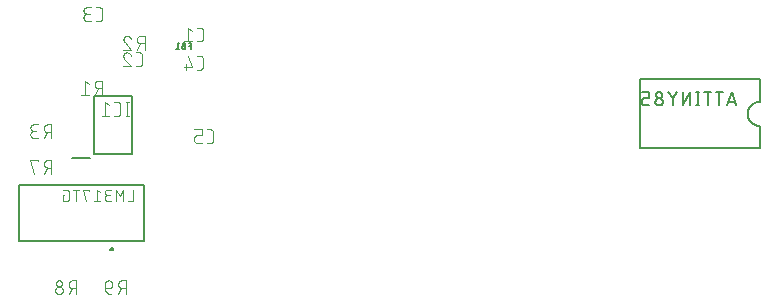
<source format=gbr>
G04 EAGLE Gerber RS-274X export*
G75*
%MOMM*%
%FSLAX34Y34*%
%LPD*%
%INSilkscreen Bottom*%
%IPPOS*%
%AMOC8*
5,1,8,0,0,1.08239X$1,22.5*%
G01*
%ADD10C,0.152400*%
%ADD11C,0.127000*%
%ADD12C,0.200000*%
%ADD13C,0.076200*%
%ADD14C,0.101600*%


D10*
X596100Y375110D02*
X697700Y375110D01*
X697700Y316690D02*
X596100Y316690D01*
X596100Y375110D01*
X697700Y375110D02*
X697700Y356060D01*
X697700Y335740D02*
X697700Y316690D01*
X697700Y335740D02*
X697453Y335743D01*
X697205Y335752D01*
X696958Y335767D01*
X696712Y335788D01*
X696466Y335815D01*
X696221Y335848D01*
X695976Y335887D01*
X695733Y335932D01*
X695491Y335983D01*
X695250Y336040D01*
X695011Y336102D01*
X694773Y336171D01*
X694537Y336245D01*
X694303Y336325D01*
X694071Y336410D01*
X693841Y336502D01*
X693613Y336598D01*
X693388Y336701D01*
X693165Y336808D01*
X692945Y336922D01*
X692728Y337040D01*
X692513Y337164D01*
X692302Y337293D01*
X692094Y337427D01*
X691889Y337566D01*
X691688Y337710D01*
X691490Y337858D01*
X691296Y338012D01*
X691106Y338170D01*
X690920Y338333D01*
X690738Y338500D01*
X690560Y338672D01*
X690386Y338848D01*
X690216Y339028D01*
X690051Y339213D01*
X689891Y339401D01*
X689735Y339593D01*
X689583Y339789D01*
X689437Y339988D01*
X689295Y340191D01*
X689159Y340398D01*
X689027Y340607D01*
X688901Y340820D01*
X688780Y341036D01*
X688664Y341254D01*
X688554Y341476D01*
X688449Y341700D01*
X688349Y341926D01*
X688255Y342155D01*
X688167Y342386D01*
X688084Y342620D01*
X688007Y342855D01*
X687936Y343092D01*
X687870Y343330D01*
X687811Y343570D01*
X687757Y343812D01*
X687709Y344055D01*
X687667Y344298D01*
X687631Y344543D01*
X687601Y344789D01*
X687577Y345035D01*
X687559Y345282D01*
X687547Y345529D01*
X687541Y345776D01*
X687541Y346024D01*
X687547Y346271D01*
X687559Y346518D01*
X687577Y346765D01*
X687601Y347011D01*
X687631Y347257D01*
X687667Y347502D01*
X687709Y347745D01*
X687757Y347988D01*
X687811Y348230D01*
X687870Y348470D01*
X687936Y348708D01*
X688007Y348945D01*
X688084Y349180D01*
X688167Y349414D01*
X688255Y349645D01*
X688349Y349874D01*
X688449Y350100D01*
X688554Y350324D01*
X688664Y350546D01*
X688780Y350764D01*
X688901Y350980D01*
X689027Y351193D01*
X689159Y351402D01*
X689295Y351609D01*
X689437Y351812D01*
X689583Y352011D01*
X689735Y352207D01*
X689891Y352399D01*
X690051Y352587D01*
X690216Y352772D01*
X690386Y352952D01*
X690560Y353128D01*
X690738Y353300D01*
X690920Y353467D01*
X691106Y353630D01*
X691296Y353788D01*
X691490Y353942D01*
X691688Y354090D01*
X691889Y354234D01*
X692094Y354373D01*
X692302Y354507D01*
X692513Y354636D01*
X692728Y354760D01*
X692945Y354878D01*
X693165Y354992D01*
X693388Y355099D01*
X693613Y355202D01*
X693841Y355298D01*
X694071Y355390D01*
X694303Y355475D01*
X694537Y355555D01*
X694773Y355629D01*
X695011Y355698D01*
X695250Y355760D01*
X695491Y355817D01*
X695733Y355868D01*
X695976Y355913D01*
X696221Y355952D01*
X696466Y355985D01*
X696712Y356012D01*
X696958Y356033D01*
X697205Y356048D01*
X697453Y356057D01*
X697700Y356060D01*
D11*
X678015Y352885D02*
X674205Y364315D01*
X670395Y352885D01*
X671348Y355743D02*
X677063Y355743D01*
X663537Y352885D02*
X663537Y364315D01*
X666712Y364315D02*
X660362Y364315D01*
X653631Y364315D02*
X653631Y352885D01*
X656806Y364315D02*
X650456Y364315D01*
X645249Y364315D02*
X645249Y352885D01*
X646519Y352885D02*
X643979Y352885D01*
X643979Y364315D02*
X646519Y364315D01*
X638899Y364315D02*
X638899Y352885D01*
X632549Y352885D02*
X638899Y364315D01*
X632549Y364315D02*
X632549Y352885D01*
X623913Y358918D02*
X627723Y364315D01*
X623913Y358918D02*
X620103Y364315D01*
X623913Y358918D02*
X623913Y352885D01*
X615658Y356060D02*
X615656Y356171D01*
X615650Y356281D01*
X615641Y356392D01*
X615627Y356502D01*
X615610Y356611D01*
X615589Y356720D01*
X615564Y356828D01*
X615535Y356935D01*
X615503Y357041D01*
X615467Y357146D01*
X615427Y357249D01*
X615384Y357351D01*
X615337Y357452D01*
X615286Y357551D01*
X615233Y357648D01*
X615176Y357742D01*
X615115Y357835D01*
X615052Y357926D01*
X614985Y358015D01*
X614915Y358101D01*
X614842Y358184D01*
X614767Y358266D01*
X614689Y358344D01*
X614607Y358419D01*
X614524Y358492D01*
X614438Y358562D01*
X614349Y358629D01*
X614258Y358692D01*
X614165Y358753D01*
X614071Y358810D01*
X613974Y358863D01*
X613875Y358914D01*
X613774Y358961D01*
X613672Y359004D01*
X613569Y359044D01*
X613464Y359080D01*
X613358Y359112D01*
X613251Y359141D01*
X613143Y359166D01*
X613034Y359187D01*
X612925Y359204D01*
X612815Y359218D01*
X612704Y359227D01*
X612594Y359233D01*
X612483Y359235D01*
X612372Y359233D01*
X612262Y359227D01*
X612151Y359218D01*
X612041Y359204D01*
X611932Y359187D01*
X611823Y359166D01*
X611715Y359141D01*
X611608Y359112D01*
X611502Y359080D01*
X611397Y359044D01*
X611294Y359004D01*
X611192Y358961D01*
X611091Y358914D01*
X610992Y358863D01*
X610896Y358810D01*
X610801Y358753D01*
X610708Y358692D01*
X610617Y358629D01*
X610528Y358562D01*
X610442Y358492D01*
X610359Y358419D01*
X610277Y358344D01*
X610199Y358266D01*
X610124Y358184D01*
X610051Y358101D01*
X609981Y358015D01*
X609914Y357926D01*
X609851Y357835D01*
X609790Y357742D01*
X609733Y357648D01*
X609680Y357551D01*
X609629Y357452D01*
X609582Y357351D01*
X609539Y357249D01*
X609499Y357146D01*
X609463Y357041D01*
X609431Y356935D01*
X609402Y356828D01*
X609377Y356720D01*
X609356Y356611D01*
X609339Y356502D01*
X609325Y356392D01*
X609316Y356281D01*
X609310Y356171D01*
X609308Y356060D01*
X609310Y355949D01*
X609316Y355839D01*
X609325Y355728D01*
X609339Y355618D01*
X609356Y355509D01*
X609377Y355400D01*
X609402Y355292D01*
X609431Y355185D01*
X609463Y355079D01*
X609499Y354974D01*
X609539Y354871D01*
X609582Y354769D01*
X609629Y354668D01*
X609680Y354569D01*
X609733Y354473D01*
X609790Y354378D01*
X609851Y354285D01*
X609914Y354194D01*
X609981Y354105D01*
X610051Y354019D01*
X610124Y353936D01*
X610199Y353854D01*
X610277Y353776D01*
X610359Y353701D01*
X610442Y353628D01*
X610528Y353558D01*
X610617Y353491D01*
X610708Y353428D01*
X610801Y353367D01*
X610896Y353310D01*
X610992Y353257D01*
X611091Y353206D01*
X611192Y353159D01*
X611294Y353116D01*
X611397Y353076D01*
X611502Y353040D01*
X611608Y353008D01*
X611715Y352979D01*
X611823Y352954D01*
X611932Y352933D01*
X612041Y352916D01*
X612151Y352902D01*
X612262Y352893D01*
X612372Y352887D01*
X612483Y352885D01*
X612594Y352887D01*
X612704Y352893D01*
X612815Y352902D01*
X612925Y352916D01*
X613034Y352933D01*
X613143Y352954D01*
X613251Y352979D01*
X613358Y353008D01*
X613464Y353040D01*
X613569Y353076D01*
X613672Y353116D01*
X613774Y353159D01*
X613875Y353206D01*
X613974Y353257D01*
X614071Y353310D01*
X614165Y353367D01*
X614258Y353428D01*
X614349Y353491D01*
X614438Y353558D01*
X614524Y353628D01*
X614607Y353701D01*
X614689Y353776D01*
X614767Y353854D01*
X614842Y353936D01*
X614915Y354019D01*
X614985Y354105D01*
X615052Y354194D01*
X615115Y354285D01*
X615176Y354378D01*
X615233Y354472D01*
X615286Y354569D01*
X615337Y354668D01*
X615384Y354769D01*
X615427Y354871D01*
X615467Y354974D01*
X615503Y355079D01*
X615535Y355185D01*
X615564Y355292D01*
X615589Y355400D01*
X615610Y355509D01*
X615627Y355618D01*
X615641Y355728D01*
X615650Y355839D01*
X615656Y355949D01*
X615658Y356060D01*
X615023Y361775D02*
X615021Y361875D01*
X615015Y361974D01*
X615005Y362074D01*
X614992Y362172D01*
X614974Y362271D01*
X614953Y362368D01*
X614928Y362464D01*
X614899Y362560D01*
X614866Y362654D01*
X614830Y362747D01*
X614790Y362838D01*
X614746Y362928D01*
X614699Y363016D01*
X614649Y363102D01*
X614595Y363186D01*
X614538Y363268D01*
X614478Y363347D01*
X614414Y363425D01*
X614348Y363499D01*
X614279Y363571D01*
X614207Y363640D01*
X614133Y363706D01*
X614055Y363770D01*
X613976Y363830D01*
X613894Y363887D01*
X613810Y363941D01*
X613724Y363991D01*
X613636Y364038D01*
X613546Y364082D01*
X613455Y364122D01*
X613362Y364158D01*
X613268Y364191D01*
X613172Y364220D01*
X613076Y364245D01*
X612979Y364266D01*
X612880Y364284D01*
X612782Y364297D01*
X612682Y364307D01*
X612583Y364313D01*
X612483Y364315D01*
X612383Y364313D01*
X612284Y364307D01*
X612184Y364297D01*
X612086Y364284D01*
X611987Y364266D01*
X611890Y364245D01*
X611794Y364220D01*
X611698Y364191D01*
X611604Y364158D01*
X611511Y364122D01*
X611420Y364082D01*
X611330Y364038D01*
X611242Y363991D01*
X611156Y363941D01*
X611072Y363887D01*
X610990Y363830D01*
X610911Y363770D01*
X610833Y363706D01*
X610759Y363640D01*
X610687Y363571D01*
X610618Y363499D01*
X610552Y363425D01*
X610488Y363347D01*
X610428Y363268D01*
X610371Y363186D01*
X610317Y363102D01*
X610267Y363016D01*
X610220Y362928D01*
X610176Y362838D01*
X610136Y362747D01*
X610100Y362654D01*
X610067Y362560D01*
X610038Y362464D01*
X610013Y362368D01*
X609992Y362271D01*
X609974Y362172D01*
X609961Y362074D01*
X609951Y361974D01*
X609945Y361875D01*
X609943Y361775D01*
X609945Y361675D01*
X609951Y361576D01*
X609961Y361476D01*
X609974Y361378D01*
X609992Y361279D01*
X610013Y361182D01*
X610038Y361086D01*
X610067Y360990D01*
X610100Y360896D01*
X610136Y360803D01*
X610176Y360712D01*
X610220Y360622D01*
X610267Y360534D01*
X610317Y360448D01*
X610371Y360364D01*
X610428Y360282D01*
X610488Y360203D01*
X610552Y360125D01*
X610618Y360051D01*
X610687Y359979D01*
X610759Y359910D01*
X610833Y359844D01*
X610911Y359780D01*
X610990Y359720D01*
X611072Y359663D01*
X611156Y359609D01*
X611242Y359559D01*
X611330Y359512D01*
X611420Y359468D01*
X611511Y359428D01*
X611604Y359392D01*
X611698Y359359D01*
X611794Y359330D01*
X611890Y359305D01*
X611987Y359284D01*
X612086Y359266D01*
X612184Y359253D01*
X612284Y359243D01*
X612383Y359237D01*
X612483Y359235D01*
X612583Y359237D01*
X612682Y359243D01*
X612782Y359253D01*
X612880Y359266D01*
X612979Y359284D01*
X613076Y359305D01*
X613172Y359330D01*
X613268Y359359D01*
X613362Y359392D01*
X613455Y359428D01*
X613546Y359468D01*
X613636Y359512D01*
X613724Y359559D01*
X613810Y359609D01*
X613894Y359663D01*
X613976Y359720D01*
X614055Y359780D01*
X614133Y359844D01*
X614207Y359910D01*
X614279Y359979D01*
X614348Y360051D01*
X614414Y360125D01*
X614478Y360203D01*
X614538Y360282D01*
X614595Y360364D01*
X614649Y360448D01*
X614699Y360534D01*
X614746Y360622D01*
X614790Y360712D01*
X614830Y360803D01*
X614866Y360896D01*
X614899Y360990D01*
X614928Y361086D01*
X614953Y361182D01*
X614974Y361279D01*
X614992Y361378D01*
X615005Y361476D01*
X615015Y361576D01*
X615021Y361675D01*
X615023Y361775D01*
X604228Y352885D02*
X600418Y352885D01*
X600318Y352887D01*
X600219Y352893D01*
X600119Y352903D01*
X600021Y352916D01*
X599922Y352934D01*
X599825Y352955D01*
X599729Y352980D01*
X599633Y353009D01*
X599539Y353042D01*
X599446Y353078D01*
X599355Y353118D01*
X599265Y353162D01*
X599177Y353209D01*
X599091Y353259D01*
X599007Y353313D01*
X598925Y353370D01*
X598846Y353430D01*
X598768Y353494D01*
X598694Y353560D01*
X598622Y353629D01*
X598553Y353701D01*
X598487Y353775D01*
X598423Y353853D01*
X598363Y353932D01*
X598306Y354014D01*
X598252Y354098D01*
X598202Y354184D01*
X598155Y354272D01*
X598111Y354362D01*
X598071Y354453D01*
X598035Y354546D01*
X598002Y354640D01*
X597973Y354736D01*
X597948Y354832D01*
X597927Y354929D01*
X597909Y355028D01*
X597896Y355126D01*
X597886Y355226D01*
X597880Y355325D01*
X597878Y355425D01*
X597878Y356695D01*
X597880Y356795D01*
X597886Y356894D01*
X597896Y356994D01*
X597909Y357092D01*
X597927Y357191D01*
X597948Y357288D01*
X597973Y357384D01*
X598002Y357480D01*
X598035Y357574D01*
X598071Y357667D01*
X598111Y357758D01*
X598155Y357848D01*
X598202Y357936D01*
X598252Y358022D01*
X598306Y358106D01*
X598363Y358188D01*
X598423Y358267D01*
X598487Y358345D01*
X598553Y358419D01*
X598622Y358491D01*
X598694Y358560D01*
X598768Y358626D01*
X598846Y358690D01*
X598925Y358750D01*
X599007Y358807D01*
X599091Y358861D01*
X599177Y358911D01*
X599265Y358958D01*
X599355Y359002D01*
X599446Y359042D01*
X599539Y359078D01*
X599633Y359111D01*
X599729Y359140D01*
X599825Y359165D01*
X599922Y359186D01*
X600021Y359204D01*
X600119Y359217D01*
X600219Y359227D01*
X600318Y359233D01*
X600418Y359235D01*
X604228Y359235D01*
X604228Y364315D01*
X597878Y364315D01*
X176200Y285200D02*
X176200Y238200D01*
X70800Y238200D01*
X70800Y285200D01*
X176200Y285200D01*
D12*
X147900Y231200D02*
X147902Y231263D01*
X147908Y231325D01*
X147918Y231387D01*
X147931Y231449D01*
X147949Y231509D01*
X147970Y231568D01*
X147995Y231626D01*
X148024Y231682D01*
X148056Y231736D01*
X148091Y231788D01*
X148129Y231837D01*
X148171Y231885D01*
X148215Y231929D01*
X148263Y231971D01*
X148312Y232009D01*
X148364Y232044D01*
X148418Y232076D01*
X148474Y232105D01*
X148532Y232130D01*
X148591Y232151D01*
X148651Y232169D01*
X148713Y232182D01*
X148775Y232192D01*
X148837Y232198D01*
X148900Y232200D01*
X148963Y232198D01*
X149025Y232192D01*
X149087Y232182D01*
X149149Y232169D01*
X149209Y232151D01*
X149268Y232130D01*
X149326Y232105D01*
X149382Y232076D01*
X149436Y232044D01*
X149488Y232009D01*
X149537Y231971D01*
X149585Y231929D01*
X149629Y231885D01*
X149671Y231837D01*
X149709Y231788D01*
X149744Y231736D01*
X149776Y231682D01*
X149805Y231626D01*
X149830Y231568D01*
X149851Y231509D01*
X149869Y231449D01*
X149882Y231387D01*
X149892Y231325D01*
X149898Y231263D01*
X149900Y231200D01*
X149898Y231137D01*
X149892Y231075D01*
X149882Y231013D01*
X149869Y230951D01*
X149851Y230891D01*
X149830Y230832D01*
X149805Y230774D01*
X149776Y230718D01*
X149744Y230664D01*
X149709Y230612D01*
X149671Y230563D01*
X149629Y230515D01*
X149585Y230471D01*
X149537Y230429D01*
X149488Y230391D01*
X149436Y230356D01*
X149382Y230324D01*
X149326Y230295D01*
X149268Y230270D01*
X149209Y230249D01*
X149149Y230231D01*
X149087Y230218D01*
X149025Y230208D01*
X148963Y230202D01*
X148900Y230200D01*
X148837Y230202D01*
X148775Y230208D01*
X148713Y230218D01*
X148651Y230231D01*
X148591Y230249D01*
X148532Y230270D01*
X148474Y230295D01*
X148418Y230324D01*
X148364Y230356D01*
X148312Y230391D01*
X148263Y230429D01*
X148215Y230471D01*
X148171Y230515D01*
X148129Y230563D01*
X148091Y230612D01*
X148056Y230664D01*
X148024Y230718D01*
X147995Y230774D01*
X147970Y230832D01*
X147949Y230891D01*
X147931Y230951D01*
X147918Y231013D01*
X147908Y231075D01*
X147902Y231137D01*
X147900Y231200D01*
D13*
X166919Y272081D02*
X166919Y281479D01*
X166919Y272081D02*
X162742Y272081D01*
X158924Y272081D02*
X158924Y281479D01*
X155792Y276258D01*
X152659Y281479D01*
X152659Y272081D01*
X148344Y272081D02*
X145733Y272081D01*
X145632Y272083D01*
X145531Y272089D01*
X145430Y272099D01*
X145330Y272112D01*
X145230Y272130D01*
X145131Y272151D01*
X145033Y272177D01*
X144936Y272206D01*
X144840Y272238D01*
X144746Y272275D01*
X144653Y272315D01*
X144561Y272359D01*
X144472Y272406D01*
X144384Y272457D01*
X144298Y272511D01*
X144215Y272568D01*
X144133Y272628D01*
X144055Y272692D01*
X143978Y272758D01*
X143905Y272828D01*
X143834Y272900D01*
X143766Y272975D01*
X143701Y273053D01*
X143639Y273133D01*
X143580Y273215D01*
X143524Y273300D01*
X143472Y273387D01*
X143423Y273475D01*
X143377Y273566D01*
X143336Y273658D01*
X143297Y273752D01*
X143263Y273847D01*
X143232Y273943D01*
X143205Y274041D01*
X143181Y274139D01*
X143162Y274239D01*
X143146Y274339D01*
X143134Y274439D01*
X143126Y274540D01*
X143122Y274641D01*
X143122Y274743D01*
X143126Y274844D01*
X143134Y274945D01*
X143146Y275045D01*
X143162Y275145D01*
X143181Y275245D01*
X143205Y275343D01*
X143232Y275441D01*
X143263Y275537D01*
X143297Y275632D01*
X143336Y275726D01*
X143377Y275818D01*
X143423Y275909D01*
X143472Y275998D01*
X143524Y276084D01*
X143580Y276169D01*
X143639Y276251D01*
X143701Y276331D01*
X143766Y276409D01*
X143834Y276484D01*
X143905Y276556D01*
X143978Y276626D01*
X144055Y276692D01*
X144133Y276756D01*
X144215Y276816D01*
X144298Y276873D01*
X144384Y276927D01*
X144472Y276978D01*
X144561Y277025D01*
X144653Y277069D01*
X144746Y277109D01*
X144840Y277146D01*
X144936Y277178D01*
X145033Y277207D01*
X145131Y277233D01*
X145230Y277254D01*
X145330Y277272D01*
X145430Y277285D01*
X145531Y277295D01*
X145632Y277301D01*
X145733Y277303D01*
X145211Y281479D02*
X148344Y281479D01*
X145211Y281479D02*
X145121Y281477D01*
X145032Y281471D01*
X144942Y281462D01*
X144853Y281448D01*
X144765Y281431D01*
X144678Y281410D01*
X144591Y281385D01*
X144506Y281356D01*
X144422Y281324D01*
X144340Y281289D01*
X144259Y281249D01*
X144180Y281207D01*
X144103Y281161D01*
X144028Y281111D01*
X143955Y281059D01*
X143884Y281003D01*
X143816Y280945D01*
X143751Y280883D01*
X143688Y280819D01*
X143628Y280752D01*
X143571Y280683D01*
X143517Y280611D01*
X143466Y280537D01*
X143418Y280461D01*
X143374Y280383D01*
X143333Y280303D01*
X143295Y280221D01*
X143261Y280138D01*
X143231Y280053D01*
X143204Y279967D01*
X143181Y279881D01*
X143162Y279793D01*
X143147Y279704D01*
X143135Y279615D01*
X143127Y279526D01*
X143123Y279436D01*
X143123Y279346D01*
X143127Y279256D01*
X143135Y279167D01*
X143147Y279078D01*
X143162Y278989D01*
X143181Y278901D01*
X143204Y278815D01*
X143231Y278729D01*
X143261Y278644D01*
X143295Y278561D01*
X143333Y278479D01*
X143374Y278399D01*
X143418Y278321D01*
X143466Y278245D01*
X143517Y278171D01*
X143571Y278099D01*
X143628Y278030D01*
X143688Y277963D01*
X143751Y277899D01*
X143816Y277837D01*
X143884Y277779D01*
X143955Y277723D01*
X144028Y277671D01*
X144103Y277621D01*
X144180Y277575D01*
X144259Y277533D01*
X144340Y277493D01*
X144422Y277458D01*
X144506Y277426D01*
X144591Y277397D01*
X144678Y277372D01*
X144765Y277351D01*
X144853Y277334D01*
X144942Y277320D01*
X145032Y277311D01*
X145121Y277305D01*
X145211Y277303D01*
X145211Y277302D02*
X147300Y277302D01*
X139200Y279391D02*
X136589Y281479D01*
X136589Y272081D01*
X133979Y272081D02*
X139200Y272081D01*
X130056Y280435D02*
X130056Y281479D01*
X124835Y281479D01*
X127445Y272081D01*
X118911Y272081D02*
X118911Y281479D01*
X121521Y281479D02*
X116300Y281479D01*
X109028Y277302D02*
X107461Y277302D01*
X107461Y272081D01*
X110594Y272081D01*
X110683Y272083D01*
X110771Y272089D01*
X110859Y272098D01*
X110947Y272111D01*
X111034Y272128D01*
X111120Y272148D01*
X111205Y272173D01*
X111290Y272200D01*
X111373Y272232D01*
X111454Y272266D01*
X111534Y272305D01*
X111612Y272346D01*
X111689Y272391D01*
X111763Y272439D01*
X111836Y272490D01*
X111906Y272544D01*
X111973Y272602D01*
X112039Y272662D01*
X112101Y272724D01*
X112161Y272790D01*
X112219Y272857D01*
X112273Y272927D01*
X112324Y273000D01*
X112372Y273074D01*
X112417Y273151D01*
X112458Y273229D01*
X112497Y273309D01*
X112531Y273390D01*
X112563Y273473D01*
X112590Y273558D01*
X112615Y273643D01*
X112635Y273729D01*
X112652Y273816D01*
X112665Y273904D01*
X112674Y273992D01*
X112680Y274080D01*
X112682Y274169D01*
X112682Y279391D01*
X112680Y279480D01*
X112674Y279568D01*
X112665Y279656D01*
X112652Y279744D01*
X112635Y279831D01*
X112615Y279917D01*
X112590Y280002D01*
X112563Y280087D01*
X112531Y280170D01*
X112497Y280251D01*
X112458Y280331D01*
X112417Y280409D01*
X112372Y280486D01*
X112324Y280560D01*
X112273Y280633D01*
X112219Y280703D01*
X112161Y280770D01*
X112101Y280836D01*
X112039Y280898D01*
X111973Y280958D01*
X111906Y281016D01*
X111836Y281070D01*
X111763Y281121D01*
X111689Y281169D01*
X111612Y281214D01*
X111534Y281255D01*
X111454Y281294D01*
X111373Y281328D01*
X111290Y281360D01*
X111205Y281387D01*
X111120Y281412D01*
X111034Y281432D01*
X110947Y281449D01*
X110859Y281462D01*
X110771Y281471D01*
X110683Y281477D01*
X110594Y281479D01*
X107461Y281479D01*
D12*
X134000Y311490D02*
X166000Y311490D01*
X166000Y360510D01*
X134000Y360510D01*
X134000Y311490D01*
X130500Y308100D02*
X115250Y308100D01*
D14*
X162308Y344158D02*
X162308Y355842D01*
X163606Y344158D02*
X161010Y344158D01*
X161010Y355842D02*
X163606Y355842D01*
X153846Y344158D02*
X151250Y344158D01*
X153846Y344158D02*
X153945Y344160D01*
X154045Y344166D01*
X154144Y344175D01*
X154242Y344188D01*
X154340Y344205D01*
X154438Y344226D01*
X154534Y344251D01*
X154629Y344279D01*
X154723Y344311D01*
X154816Y344346D01*
X154908Y344385D01*
X154998Y344428D01*
X155086Y344473D01*
X155173Y344523D01*
X155257Y344575D01*
X155340Y344631D01*
X155420Y344689D01*
X155498Y344751D01*
X155573Y344816D01*
X155646Y344884D01*
X155716Y344954D01*
X155784Y345027D01*
X155849Y345102D01*
X155911Y345180D01*
X155969Y345260D01*
X156025Y345343D01*
X156077Y345427D01*
X156127Y345514D01*
X156172Y345602D01*
X156215Y345692D01*
X156254Y345784D01*
X156289Y345877D01*
X156321Y345971D01*
X156349Y346066D01*
X156374Y346162D01*
X156395Y346260D01*
X156412Y346358D01*
X156425Y346456D01*
X156434Y346555D01*
X156440Y346655D01*
X156442Y346754D01*
X156443Y346754D02*
X156443Y353246D01*
X156442Y353246D02*
X156440Y353345D01*
X156434Y353445D01*
X156425Y353544D01*
X156412Y353642D01*
X156395Y353740D01*
X156374Y353838D01*
X156349Y353934D01*
X156321Y354029D01*
X156289Y354123D01*
X156254Y354216D01*
X156215Y354308D01*
X156172Y354398D01*
X156127Y354486D01*
X156077Y354573D01*
X156025Y354657D01*
X155969Y354740D01*
X155911Y354820D01*
X155849Y354898D01*
X155784Y354973D01*
X155716Y355046D01*
X155646Y355116D01*
X155573Y355184D01*
X155498Y355249D01*
X155420Y355311D01*
X155340Y355369D01*
X155257Y355425D01*
X155173Y355477D01*
X155086Y355527D01*
X154998Y355572D01*
X154908Y355615D01*
X154816Y355654D01*
X154723Y355689D01*
X154629Y355721D01*
X154534Y355749D01*
X154438Y355774D01*
X154340Y355795D01*
X154242Y355812D01*
X154144Y355825D01*
X154045Y355834D01*
X153945Y355840D01*
X153846Y355842D01*
X151250Y355842D01*
X146885Y353246D02*
X143639Y355842D01*
X143639Y344158D01*
X140394Y344158D02*
X146885Y344158D01*
X220999Y407208D02*
X223596Y407208D01*
X223695Y407210D01*
X223795Y407216D01*
X223894Y407225D01*
X223992Y407238D01*
X224090Y407255D01*
X224188Y407276D01*
X224284Y407301D01*
X224379Y407329D01*
X224473Y407361D01*
X224566Y407396D01*
X224658Y407435D01*
X224748Y407478D01*
X224836Y407523D01*
X224923Y407573D01*
X225007Y407625D01*
X225090Y407681D01*
X225170Y407739D01*
X225248Y407801D01*
X225323Y407866D01*
X225396Y407934D01*
X225466Y408004D01*
X225534Y408077D01*
X225599Y408152D01*
X225661Y408230D01*
X225719Y408310D01*
X225775Y408393D01*
X225827Y408477D01*
X225877Y408564D01*
X225922Y408652D01*
X225965Y408742D01*
X226004Y408834D01*
X226039Y408927D01*
X226071Y409021D01*
X226099Y409116D01*
X226124Y409212D01*
X226145Y409310D01*
X226162Y409408D01*
X226175Y409506D01*
X226184Y409605D01*
X226190Y409705D01*
X226192Y409804D01*
X226192Y416296D01*
X226190Y416395D01*
X226184Y416495D01*
X226175Y416594D01*
X226162Y416692D01*
X226145Y416790D01*
X226124Y416888D01*
X226099Y416984D01*
X226071Y417079D01*
X226039Y417173D01*
X226004Y417266D01*
X225965Y417358D01*
X225922Y417448D01*
X225877Y417536D01*
X225827Y417623D01*
X225775Y417707D01*
X225719Y417790D01*
X225661Y417870D01*
X225599Y417948D01*
X225534Y418023D01*
X225466Y418096D01*
X225396Y418166D01*
X225323Y418234D01*
X225248Y418299D01*
X225170Y418361D01*
X225090Y418419D01*
X225007Y418475D01*
X224923Y418527D01*
X224836Y418577D01*
X224748Y418622D01*
X224658Y418665D01*
X224566Y418704D01*
X224473Y418739D01*
X224379Y418771D01*
X224284Y418799D01*
X224188Y418824D01*
X224090Y418845D01*
X223992Y418862D01*
X223894Y418875D01*
X223795Y418884D01*
X223695Y418890D01*
X223596Y418892D01*
X220999Y418892D01*
X216634Y416296D02*
X213388Y418892D01*
X213388Y407208D01*
X210143Y407208D02*
X216634Y407208D01*
X172261Y386108D02*
X169664Y386108D01*
X172261Y386108D02*
X172360Y386110D01*
X172460Y386116D01*
X172559Y386125D01*
X172657Y386138D01*
X172755Y386155D01*
X172853Y386176D01*
X172949Y386201D01*
X173044Y386229D01*
X173138Y386261D01*
X173231Y386296D01*
X173323Y386335D01*
X173413Y386378D01*
X173501Y386423D01*
X173588Y386473D01*
X173672Y386525D01*
X173755Y386581D01*
X173835Y386639D01*
X173913Y386701D01*
X173988Y386766D01*
X174061Y386834D01*
X174131Y386904D01*
X174199Y386977D01*
X174264Y387052D01*
X174326Y387130D01*
X174384Y387210D01*
X174440Y387293D01*
X174492Y387377D01*
X174542Y387464D01*
X174587Y387552D01*
X174630Y387642D01*
X174669Y387734D01*
X174704Y387827D01*
X174736Y387921D01*
X174764Y388016D01*
X174789Y388112D01*
X174810Y388210D01*
X174827Y388308D01*
X174840Y388406D01*
X174849Y388505D01*
X174855Y388605D01*
X174857Y388704D01*
X174857Y395196D01*
X174855Y395295D01*
X174849Y395395D01*
X174840Y395494D01*
X174827Y395592D01*
X174810Y395690D01*
X174789Y395788D01*
X174764Y395884D01*
X174736Y395979D01*
X174704Y396073D01*
X174669Y396166D01*
X174630Y396258D01*
X174587Y396348D01*
X174542Y396436D01*
X174492Y396523D01*
X174440Y396607D01*
X174384Y396690D01*
X174326Y396770D01*
X174264Y396848D01*
X174199Y396923D01*
X174131Y396996D01*
X174061Y397066D01*
X173988Y397134D01*
X173913Y397199D01*
X173835Y397261D01*
X173755Y397319D01*
X173672Y397375D01*
X173588Y397427D01*
X173501Y397477D01*
X173413Y397522D01*
X173323Y397565D01*
X173231Y397604D01*
X173138Y397639D01*
X173044Y397671D01*
X172949Y397699D01*
X172853Y397724D01*
X172755Y397745D01*
X172657Y397762D01*
X172559Y397775D01*
X172460Y397784D01*
X172360Y397790D01*
X172261Y397792D01*
X169664Y397792D01*
X161729Y397792D02*
X161622Y397790D01*
X161516Y397784D01*
X161410Y397774D01*
X161304Y397761D01*
X161198Y397743D01*
X161094Y397722D01*
X160990Y397697D01*
X160887Y397668D01*
X160786Y397636D01*
X160686Y397599D01*
X160587Y397559D01*
X160489Y397516D01*
X160393Y397469D01*
X160299Y397418D01*
X160207Y397364D01*
X160117Y397307D01*
X160029Y397247D01*
X159944Y397183D01*
X159861Y397116D01*
X159780Y397046D01*
X159702Y396974D01*
X159626Y396898D01*
X159554Y396820D01*
X159484Y396739D01*
X159417Y396656D01*
X159353Y396571D01*
X159293Y396483D01*
X159236Y396393D01*
X159182Y396301D01*
X159131Y396207D01*
X159084Y396111D01*
X159041Y396013D01*
X159001Y395914D01*
X158964Y395814D01*
X158932Y395713D01*
X158903Y395610D01*
X158878Y395506D01*
X158857Y395402D01*
X158839Y395296D01*
X158826Y395190D01*
X158816Y395084D01*
X158810Y394978D01*
X158808Y394871D01*
X161729Y397792D02*
X161850Y397790D01*
X161971Y397784D01*
X162091Y397774D01*
X162212Y397761D01*
X162331Y397743D01*
X162451Y397722D01*
X162569Y397697D01*
X162686Y397668D01*
X162803Y397635D01*
X162918Y397599D01*
X163032Y397558D01*
X163145Y397515D01*
X163257Y397467D01*
X163366Y397416D01*
X163474Y397361D01*
X163581Y397303D01*
X163685Y397242D01*
X163787Y397177D01*
X163887Y397109D01*
X163985Y397038D01*
X164081Y396964D01*
X164174Y396887D01*
X164264Y396806D01*
X164352Y396723D01*
X164437Y396637D01*
X164520Y396548D01*
X164599Y396457D01*
X164676Y396363D01*
X164749Y396267D01*
X164819Y396169D01*
X164886Y396068D01*
X164950Y395965D01*
X165011Y395860D01*
X165068Y395753D01*
X165121Y395645D01*
X165171Y395535D01*
X165217Y395423D01*
X165260Y395310D01*
X165299Y395195D01*
X159782Y392599D02*
X159703Y392677D01*
X159627Y392757D01*
X159554Y392840D01*
X159484Y392926D01*
X159417Y393013D01*
X159353Y393104D01*
X159293Y393196D01*
X159235Y393290D01*
X159181Y393387D01*
X159131Y393485D01*
X159084Y393585D01*
X159040Y393686D01*
X159000Y393789D01*
X158964Y393894D01*
X158932Y393999D01*
X158903Y394106D01*
X158878Y394213D01*
X158856Y394322D01*
X158839Y394431D01*
X158825Y394540D01*
X158816Y394650D01*
X158810Y394761D01*
X158808Y394871D01*
X159782Y392599D02*
X165299Y386108D01*
X158808Y386108D01*
X138596Y424208D02*
X135999Y424208D01*
X138596Y424208D02*
X138695Y424210D01*
X138795Y424216D01*
X138894Y424225D01*
X138992Y424238D01*
X139090Y424255D01*
X139188Y424276D01*
X139284Y424301D01*
X139379Y424329D01*
X139473Y424361D01*
X139566Y424396D01*
X139658Y424435D01*
X139748Y424478D01*
X139836Y424523D01*
X139923Y424573D01*
X140007Y424625D01*
X140090Y424681D01*
X140170Y424739D01*
X140248Y424801D01*
X140323Y424866D01*
X140396Y424934D01*
X140466Y425004D01*
X140534Y425077D01*
X140599Y425152D01*
X140661Y425230D01*
X140719Y425310D01*
X140775Y425393D01*
X140827Y425477D01*
X140877Y425564D01*
X140922Y425652D01*
X140965Y425742D01*
X141004Y425834D01*
X141039Y425927D01*
X141071Y426021D01*
X141099Y426116D01*
X141124Y426212D01*
X141145Y426310D01*
X141162Y426408D01*
X141175Y426506D01*
X141184Y426605D01*
X141190Y426705D01*
X141192Y426804D01*
X141192Y433296D01*
X141190Y433395D01*
X141184Y433495D01*
X141175Y433594D01*
X141162Y433692D01*
X141145Y433790D01*
X141124Y433888D01*
X141099Y433984D01*
X141071Y434079D01*
X141039Y434173D01*
X141004Y434266D01*
X140965Y434358D01*
X140922Y434448D01*
X140877Y434536D01*
X140827Y434623D01*
X140775Y434707D01*
X140719Y434790D01*
X140661Y434870D01*
X140599Y434948D01*
X140534Y435023D01*
X140466Y435096D01*
X140396Y435166D01*
X140323Y435234D01*
X140248Y435299D01*
X140170Y435361D01*
X140090Y435419D01*
X140007Y435475D01*
X139923Y435527D01*
X139836Y435577D01*
X139748Y435622D01*
X139658Y435665D01*
X139566Y435704D01*
X139473Y435739D01*
X139379Y435771D01*
X139284Y435799D01*
X139188Y435824D01*
X139090Y435845D01*
X138992Y435862D01*
X138894Y435875D01*
X138795Y435884D01*
X138695Y435890D01*
X138596Y435892D01*
X135999Y435892D01*
X131634Y424208D02*
X128388Y424208D01*
X128275Y424210D01*
X128162Y424216D01*
X128049Y424226D01*
X127936Y424240D01*
X127824Y424257D01*
X127713Y424279D01*
X127603Y424304D01*
X127493Y424334D01*
X127385Y424367D01*
X127278Y424404D01*
X127172Y424444D01*
X127068Y424489D01*
X126965Y424537D01*
X126864Y424588D01*
X126765Y424643D01*
X126668Y424701D01*
X126573Y424763D01*
X126480Y424828D01*
X126390Y424896D01*
X126302Y424967D01*
X126216Y425042D01*
X126133Y425119D01*
X126053Y425199D01*
X125976Y425282D01*
X125901Y425368D01*
X125830Y425456D01*
X125762Y425546D01*
X125697Y425639D01*
X125635Y425734D01*
X125577Y425831D01*
X125522Y425930D01*
X125471Y426031D01*
X125423Y426134D01*
X125378Y426238D01*
X125338Y426344D01*
X125301Y426451D01*
X125268Y426559D01*
X125238Y426669D01*
X125213Y426779D01*
X125191Y426890D01*
X125174Y427002D01*
X125160Y427115D01*
X125150Y427228D01*
X125144Y427341D01*
X125142Y427454D01*
X125144Y427567D01*
X125150Y427680D01*
X125160Y427793D01*
X125174Y427906D01*
X125191Y428018D01*
X125213Y428129D01*
X125238Y428239D01*
X125268Y428349D01*
X125301Y428457D01*
X125338Y428564D01*
X125378Y428670D01*
X125423Y428774D01*
X125471Y428877D01*
X125522Y428978D01*
X125577Y429077D01*
X125635Y429174D01*
X125697Y429269D01*
X125762Y429362D01*
X125830Y429452D01*
X125901Y429540D01*
X125976Y429626D01*
X126053Y429709D01*
X126133Y429789D01*
X126216Y429866D01*
X126302Y429941D01*
X126390Y430012D01*
X126480Y430080D01*
X126573Y430145D01*
X126668Y430207D01*
X126765Y430265D01*
X126864Y430320D01*
X126965Y430371D01*
X127068Y430419D01*
X127172Y430464D01*
X127278Y430504D01*
X127385Y430541D01*
X127493Y430574D01*
X127603Y430604D01*
X127713Y430629D01*
X127824Y430651D01*
X127936Y430668D01*
X128049Y430682D01*
X128162Y430692D01*
X128275Y430698D01*
X128388Y430700D01*
X127739Y435892D02*
X131634Y435892D01*
X127739Y435892D02*
X127638Y435890D01*
X127538Y435884D01*
X127438Y435874D01*
X127338Y435861D01*
X127239Y435843D01*
X127140Y435822D01*
X127043Y435797D01*
X126946Y435768D01*
X126851Y435735D01*
X126757Y435699D01*
X126665Y435659D01*
X126574Y435616D01*
X126485Y435569D01*
X126398Y435519D01*
X126312Y435465D01*
X126229Y435408D01*
X126149Y435348D01*
X126070Y435285D01*
X125994Y435218D01*
X125921Y435149D01*
X125851Y435077D01*
X125783Y435003D01*
X125718Y434926D01*
X125657Y434846D01*
X125598Y434764D01*
X125543Y434680D01*
X125491Y434594D01*
X125442Y434506D01*
X125397Y434416D01*
X125355Y434324D01*
X125317Y434231D01*
X125283Y434136D01*
X125252Y434041D01*
X125225Y433944D01*
X125202Y433846D01*
X125182Y433747D01*
X125167Y433647D01*
X125155Y433547D01*
X125147Y433447D01*
X125143Y433346D01*
X125143Y433246D01*
X125147Y433145D01*
X125155Y433045D01*
X125167Y432945D01*
X125182Y432845D01*
X125202Y432746D01*
X125225Y432648D01*
X125252Y432551D01*
X125283Y432456D01*
X125317Y432361D01*
X125355Y432268D01*
X125397Y432176D01*
X125442Y432086D01*
X125491Y431998D01*
X125543Y431912D01*
X125598Y431828D01*
X125657Y431746D01*
X125718Y431666D01*
X125783Y431589D01*
X125851Y431515D01*
X125921Y431443D01*
X125994Y431374D01*
X126070Y431307D01*
X126149Y431244D01*
X126229Y431184D01*
X126312Y431127D01*
X126398Y431073D01*
X126485Y431023D01*
X126574Y430976D01*
X126665Y430933D01*
X126757Y430893D01*
X126851Y430857D01*
X126946Y430824D01*
X127043Y430795D01*
X127140Y430770D01*
X127239Y430749D01*
X127338Y430731D01*
X127438Y430718D01*
X127538Y430708D01*
X127638Y430702D01*
X127739Y430700D01*
X127739Y430699D02*
X130336Y430699D01*
X220999Y383208D02*
X223596Y383208D01*
X223695Y383210D01*
X223795Y383216D01*
X223894Y383225D01*
X223992Y383238D01*
X224090Y383255D01*
X224188Y383276D01*
X224284Y383301D01*
X224379Y383329D01*
X224473Y383361D01*
X224566Y383396D01*
X224658Y383435D01*
X224748Y383478D01*
X224836Y383523D01*
X224923Y383573D01*
X225007Y383625D01*
X225090Y383681D01*
X225170Y383739D01*
X225248Y383801D01*
X225323Y383866D01*
X225396Y383934D01*
X225466Y384004D01*
X225534Y384077D01*
X225599Y384152D01*
X225661Y384230D01*
X225719Y384310D01*
X225775Y384393D01*
X225827Y384477D01*
X225877Y384564D01*
X225922Y384652D01*
X225965Y384742D01*
X226004Y384834D01*
X226039Y384927D01*
X226071Y385021D01*
X226099Y385116D01*
X226124Y385212D01*
X226145Y385310D01*
X226162Y385408D01*
X226175Y385506D01*
X226184Y385605D01*
X226190Y385705D01*
X226192Y385804D01*
X226192Y392296D01*
X226190Y392395D01*
X226184Y392495D01*
X226175Y392594D01*
X226162Y392692D01*
X226145Y392790D01*
X226124Y392888D01*
X226099Y392984D01*
X226071Y393079D01*
X226039Y393173D01*
X226004Y393266D01*
X225965Y393358D01*
X225922Y393448D01*
X225877Y393536D01*
X225827Y393623D01*
X225775Y393707D01*
X225719Y393790D01*
X225661Y393870D01*
X225599Y393948D01*
X225534Y394023D01*
X225466Y394096D01*
X225396Y394166D01*
X225323Y394234D01*
X225248Y394299D01*
X225170Y394361D01*
X225090Y394419D01*
X225007Y394475D01*
X224923Y394527D01*
X224836Y394577D01*
X224748Y394622D01*
X224658Y394665D01*
X224566Y394704D01*
X224473Y394739D01*
X224379Y394771D01*
X224284Y394799D01*
X224188Y394824D01*
X224090Y394845D01*
X223992Y394862D01*
X223894Y394875D01*
X223795Y394884D01*
X223695Y394890D01*
X223596Y394892D01*
X220999Y394892D01*
X214037Y394892D02*
X216634Y385804D01*
X210143Y385804D01*
X212090Y388401D02*
X212090Y383208D01*
X141005Y373792D02*
X141005Y362108D01*
X141005Y373792D02*
X137760Y373792D01*
X137647Y373790D01*
X137534Y373784D01*
X137421Y373774D01*
X137308Y373760D01*
X137196Y373743D01*
X137085Y373721D01*
X136975Y373696D01*
X136865Y373666D01*
X136757Y373633D01*
X136650Y373596D01*
X136544Y373556D01*
X136440Y373511D01*
X136337Y373463D01*
X136236Y373412D01*
X136137Y373357D01*
X136040Y373299D01*
X135945Y373237D01*
X135852Y373172D01*
X135762Y373104D01*
X135674Y373033D01*
X135588Y372958D01*
X135505Y372881D01*
X135425Y372801D01*
X135348Y372718D01*
X135273Y372632D01*
X135202Y372544D01*
X135134Y372454D01*
X135069Y372361D01*
X135007Y372266D01*
X134949Y372169D01*
X134894Y372070D01*
X134843Y371969D01*
X134795Y371866D01*
X134750Y371762D01*
X134710Y371656D01*
X134673Y371549D01*
X134640Y371441D01*
X134610Y371331D01*
X134585Y371221D01*
X134563Y371110D01*
X134546Y370998D01*
X134532Y370885D01*
X134522Y370772D01*
X134516Y370659D01*
X134514Y370546D01*
X134516Y370433D01*
X134522Y370320D01*
X134532Y370207D01*
X134546Y370094D01*
X134563Y369982D01*
X134585Y369871D01*
X134610Y369761D01*
X134640Y369651D01*
X134673Y369543D01*
X134710Y369436D01*
X134750Y369330D01*
X134795Y369226D01*
X134843Y369123D01*
X134894Y369022D01*
X134949Y368923D01*
X135007Y368826D01*
X135069Y368731D01*
X135134Y368638D01*
X135202Y368548D01*
X135273Y368460D01*
X135348Y368374D01*
X135425Y368291D01*
X135505Y368211D01*
X135588Y368134D01*
X135674Y368059D01*
X135762Y367988D01*
X135852Y367920D01*
X135945Y367855D01*
X136040Y367793D01*
X136137Y367735D01*
X136236Y367680D01*
X136337Y367629D01*
X136440Y367581D01*
X136544Y367536D01*
X136650Y367496D01*
X136757Y367459D01*
X136865Y367426D01*
X136975Y367396D01*
X137085Y367371D01*
X137196Y367349D01*
X137308Y367332D01*
X137421Y367318D01*
X137534Y367308D01*
X137647Y367302D01*
X137760Y367300D01*
X137760Y367301D02*
X141005Y367301D01*
X137111Y367301D02*
X134514Y362108D01*
X129649Y371196D02*
X126404Y373792D01*
X126404Y362108D01*
X129649Y362108D02*
X123158Y362108D01*
X176842Y400208D02*
X176842Y411892D01*
X173596Y411892D01*
X173483Y411890D01*
X173370Y411884D01*
X173257Y411874D01*
X173144Y411860D01*
X173032Y411843D01*
X172921Y411821D01*
X172811Y411796D01*
X172701Y411766D01*
X172593Y411733D01*
X172486Y411696D01*
X172380Y411656D01*
X172276Y411611D01*
X172173Y411563D01*
X172072Y411512D01*
X171973Y411457D01*
X171876Y411399D01*
X171781Y411337D01*
X171688Y411272D01*
X171598Y411204D01*
X171510Y411133D01*
X171424Y411058D01*
X171341Y410981D01*
X171261Y410901D01*
X171184Y410818D01*
X171109Y410732D01*
X171038Y410644D01*
X170970Y410554D01*
X170905Y410461D01*
X170843Y410366D01*
X170785Y410269D01*
X170730Y410170D01*
X170679Y410069D01*
X170631Y409966D01*
X170586Y409862D01*
X170546Y409756D01*
X170509Y409649D01*
X170476Y409541D01*
X170446Y409431D01*
X170421Y409321D01*
X170399Y409210D01*
X170382Y409098D01*
X170368Y408985D01*
X170358Y408872D01*
X170352Y408759D01*
X170350Y408646D01*
X170352Y408533D01*
X170358Y408420D01*
X170368Y408307D01*
X170382Y408194D01*
X170399Y408082D01*
X170421Y407971D01*
X170446Y407861D01*
X170476Y407751D01*
X170509Y407643D01*
X170546Y407536D01*
X170586Y407430D01*
X170631Y407326D01*
X170679Y407223D01*
X170730Y407122D01*
X170785Y407023D01*
X170843Y406926D01*
X170905Y406831D01*
X170970Y406738D01*
X171038Y406648D01*
X171109Y406560D01*
X171184Y406474D01*
X171261Y406391D01*
X171341Y406311D01*
X171424Y406234D01*
X171510Y406159D01*
X171598Y406088D01*
X171688Y406020D01*
X171781Y405955D01*
X171876Y405893D01*
X171973Y405835D01*
X172072Y405780D01*
X172173Y405729D01*
X172276Y405681D01*
X172380Y405636D01*
X172486Y405596D01*
X172593Y405559D01*
X172701Y405526D01*
X172811Y405496D01*
X172921Y405471D01*
X173032Y405449D01*
X173144Y405432D01*
X173257Y405418D01*
X173370Y405408D01*
X173483Y405402D01*
X173596Y405400D01*
X173596Y405401D02*
X176842Y405401D01*
X172947Y405401D02*
X170351Y400208D01*
X158995Y408971D02*
X158997Y409078D01*
X159003Y409184D01*
X159013Y409290D01*
X159026Y409396D01*
X159044Y409502D01*
X159065Y409606D01*
X159090Y409710D01*
X159119Y409813D01*
X159151Y409914D01*
X159188Y410014D01*
X159228Y410113D01*
X159271Y410211D01*
X159318Y410307D01*
X159369Y410401D01*
X159423Y410493D01*
X159480Y410583D01*
X159540Y410671D01*
X159604Y410756D01*
X159671Y410839D01*
X159741Y410920D01*
X159813Y410998D01*
X159889Y411074D01*
X159967Y411146D01*
X160048Y411216D01*
X160131Y411283D01*
X160216Y411347D01*
X160304Y411407D01*
X160394Y411464D01*
X160486Y411518D01*
X160580Y411569D01*
X160676Y411616D01*
X160774Y411659D01*
X160873Y411699D01*
X160973Y411736D01*
X161074Y411768D01*
X161177Y411797D01*
X161281Y411822D01*
X161385Y411843D01*
X161491Y411861D01*
X161597Y411874D01*
X161703Y411884D01*
X161809Y411890D01*
X161916Y411892D01*
X162037Y411890D01*
X162158Y411884D01*
X162278Y411874D01*
X162399Y411861D01*
X162518Y411843D01*
X162638Y411822D01*
X162756Y411797D01*
X162873Y411768D01*
X162990Y411735D01*
X163105Y411699D01*
X163219Y411658D01*
X163332Y411615D01*
X163444Y411567D01*
X163553Y411516D01*
X163661Y411461D01*
X163768Y411403D01*
X163872Y411342D01*
X163974Y411277D01*
X164074Y411209D01*
X164172Y411138D01*
X164268Y411064D01*
X164361Y410987D01*
X164451Y410906D01*
X164539Y410823D01*
X164624Y410737D01*
X164707Y410648D01*
X164786Y410557D01*
X164863Y410463D01*
X164936Y410367D01*
X165006Y410269D01*
X165073Y410168D01*
X165137Y410065D01*
X165198Y409960D01*
X165255Y409853D01*
X165308Y409745D01*
X165358Y409635D01*
X165404Y409523D01*
X165447Y409410D01*
X165486Y409295D01*
X159969Y406699D02*
X159890Y406777D01*
X159814Y406857D01*
X159741Y406940D01*
X159671Y407026D01*
X159604Y407113D01*
X159540Y407204D01*
X159480Y407296D01*
X159422Y407390D01*
X159368Y407487D01*
X159318Y407585D01*
X159271Y407685D01*
X159227Y407786D01*
X159187Y407889D01*
X159151Y407994D01*
X159119Y408099D01*
X159090Y408206D01*
X159065Y408313D01*
X159043Y408422D01*
X159026Y408531D01*
X159012Y408640D01*
X159003Y408750D01*
X158997Y408861D01*
X158995Y408971D01*
X159968Y406699D02*
X165486Y400208D01*
X158995Y400208D01*
X229664Y321108D02*
X232261Y321108D01*
X232360Y321110D01*
X232460Y321116D01*
X232559Y321125D01*
X232657Y321138D01*
X232755Y321155D01*
X232853Y321176D01*
X232949Y321201D01*
X233044Y321229D01*
X233138Y321261D01*
X233231Y321296D01*
X233323Y321335D01*
X233413Y321378D01*
X233501Y321423D01*
X233588Y321473D01*
X233672Y321525D01*
X233755Y321581D01*
X233835Y321639D01*
X233913Y321701D01*
X233988Y321766D01*
X234061Y321834D01*
X234131Y321904D01*
X234199Y321977D01*
X234264Y322052D01*
X234326Y322130D01*
X234384Y322210D01*
X234440Y322293D01*
X234492Y322377D01*
X234542Y322464D01*
X234587Y322552D01*
X234630Y322642D01*
X234669Y322734D01*
X234704Y322827D01*
X234736Y322921D01*
X234764Y323016D01*
X234789Y323112D01*
X234810Y323210D01*
X234827Y323308D01*
X234840Y323406D01*
X234849Y323505D01*
X234855Y323605D01*
X234857Y323704D01*
X234857Y330196D01*
X234855Y330295D01*
X234849Y330395D01*
X234840Y330494D01*
X234827Y330592D01*
X234810Y330690D01*
X234789Y330788D01*
X234764Y330884D01*
X234736Y330979D01*
X234704Y331073D01*
X234669Y331166D01*
X234630Y331258D01*
X234587Y331348D01*
X234542Y331436D01*
X234492Y331523D01*
X234440Y331607D01*
X234384Y331690D01*
X234326Y331770D01*
X234264Y331848D01*
X234199Y331923D01*
X234131Y331996D01*
X234061Y332066D01*
X233988Y332134D01*
X233913Y332199D01*
X233835Y332261D01*
X233755Y332319D01*
X233672Y332375D01*
X233588Y332427D01*
X233501Y332477D01*
X233413Y332522D01*
X233323Y332565D01*
X233231Y332604D01*
X233138Y332639D01*
X233044Y332671D01*
X232949Y332699D01*
X232853Y332724D01*
X232755Y332745D01*
X232657Y332762D01*
X232559Y332775D01*
X232460Y332784D01*
X232360Y332790D01*
X232261Y332792D01*
X229664Y332792D01*
X225299Y321108D02*
X221404Y321108D01*
X221305Y321110D01*
X221205Y321116D01*
X221106Y321125D01*
X221008Y321138D01*
X220910Y321155D01*
X220812Y321176D01*
X220716Y321201D01*
X220621Y321229D01*
X220527Y321261D01*
X220434Y321296D01*
X220342Y321335D01*
X220252Y321378D01*
X220164Y321423D01*
X220077Y321473D01*
X219993Y321525D01*
X219910Y321581D01*
X219830Y321639D01*
X219752Y321701D01*
X219677Y321766D01*
X219604Y321834D01*
X219534Y321904D01*
X219466Y321977D01*
X219401Y322052D01*
X219339Y322130D01*
X219281Y322210D01*
X219225Y322293D01*
X219173Y322377D01*
X219123Y322464D01*
X219078Y322552D01*
X219035Y322642D01*
X218996Y322734D01*
X218961Y322827D01*
X218929Y322921D01*
X218901Y323016D01*
X218876Y323112D01*
X218855Y323210D01*
X218838Y323308D01*
X218825Y323406D01*
X218816Y323505D01*
X218810Y323605D01*
X218808Y323704D01*
X218808Y325003D01*
X218810Y325102D01*
X218816Y325202D01*
X218825Y325301D01*
X218838Y325399D01*
X218855Y325497D01*
X218876Y325595D01*
X218901Y325691D01*
X218929Y325786D01*
X218961Y325880D01*
X218996Y325973D01*
X219035Y326065D01*
X219078Y326155D01*
X219123Y326243D01*
X219173Y326330D01*
X219225Y326414D01*
X219281Y326497D01*
X219339Y326577D01*
X219401Y326655D01*
X219466Y326730D01*
X219534Y326803D01*
X219604Y326873D01*
X219677Y326941D01*
X219752Y327006D01*
X219830Y327068D01*
X219910Y327126D01*
X219993Y327182D01*
X220077Y327234D01*
X220164Y327284D01*
X220252Y327329D01*
X220342Y327372D01*
X220434Y327411D01*
X220527Y327446D01*
X220621Y327478D01*
X220716Y327506D01*
X220812Y327531D01*
X220910Y327552D01*
X221008Y327569D01*
X221106Y327582D01*
X221205Y327591D01*
X221305Y327597D01*
X221404Y327599D01*
X225299Y327599D01*
X225299Y332792D01*
X218808Y332792D01*
D11*
X216360Y400919D02*
X216360Y405745D01*
X214215Y405745D01*
X214215Y403600D02*
X216360Y403600D01*
X211478Y403600D02*
X210138Y403600D01*
X210138Y403601D02*
X210067Y403599D01*
X209995Y403593D01*
X209925Y403584D01*
X209855Y403571D01*
X209785Y403554D01*
X209717Y403533D01*
X209650Y403509D01*
X209584Y403481D01*
X209520Y403450D01*
X209457Y403415D01*
X209397Y403377D01*
X209338Y403336D01*
X209282Y403292D01*
X209228Y403245D01*
X209177Y403196D01*
X209129Y403143D01*
X209083Y403088D01*
X209041Y403031D01*
X209001Y402971D01*
X208965Y402910D01*
X208932Y402846D01*
X208903Y402781D01*
X208877Y402715D01*
X208854Y402647D01*
X208835Y402578D01*
X208820Y402508D01*
X208809Y402438D01*
X208801Y402367D01*
X208797Y402296D01*
X208797Y402224D01*
X208801Y402153D01*
X208809Y402082D01*
X208820Y402012D01*
X208835Y401942D01*
X208854Y401873D01*
X208877Y401805D01*
X208903Y401739D01*
X208932Y401674D01*
X208965Y401610D01*
X209001Y401549D01*
X209041Y401489D01*
X209083Y401432D01*
X209129Y401377D01*
X209177Y401324D01*
X209228Y401275D01*
X209282Y401228D01*
X209338Y401184D01*
X209397Y401143D01*
X209457Y401105D01*
X209520Y401070D01*
X209584Y401039D01*
X209650Y401011D01*
X209717Y400987D01*
X209785Y400966D01*
X209855Y400949D01*
X209925Y400936D01*
X209995Y400927D01*
X210067Y400921D01*
X210138Y400919D01*
X211478Y400919D01*
X211478Y405745D01*
X210138Y405745D01*
X210073Y405743D01*
X210009Y405737D01*
X209945Y405727D01*
X209881Y405714D01*
X209819Y405696D01*
X209758Y405675D01*
X209698Y405651D01*
X209640Y405622D01*
X209583Y405590D01*
X209529Y405555D01*
X209477Y405517D01*
X209427Y405475D01*
X209380Y405431D01*
X209336Y405384D01*
X209294Y405334D01*
X209256Y405282D01*
X209221Y405228D01*
X209189Y405171D01*
X209160Y405113D01*
X209136Y405053D01*
X209115Y404992D01*
X209097Y404930D01*
X209084Y404866D01*
X209074Y404802D01*
X209068Y404738D01*
X209066Y404673D01*
X209068Y404608D01*
X209074Y404544D01*
X209084Y404480D01*
X209097Y404416D01*
X209115Y404354D01*
X209136Y404293D01*
X209160Y404233D01*
X209189Y404175D01*
X209221Y404118D01*
X209256Y404064D01*
X209294Y404012D01*
X209336Y403962D01*
X209380Y403915D01*
X209427Y403871D01*
X209477Y403829D01*
X209529Y403791D01*
X209583Y403756D01*
X209640Y403724D01*
X209698Y403695D01*
X209758Y403671D01*
X209819Y403650D01*
X209881Y403632D01*
X209945Y403619D01*
X210009Y403609D01*
X210073Y403603D01*
X210138Y403601D01*
X206321Y404673D02*
X204981Y405745D01*
X204981Y400919D01*
X206321Y400919D02*
X203640Y400919D01*
D14*
X98005Y336792D02*
X98005Y325108D01*
X98005Y336792D02*
X94760Y336792D01*
X94647Y336790D01*
X94534Y336784D01*
X94421Y336774D01*
X94308Y336760D01*
X94196Y336743D01*
X94085Y336721D01*
X93975Y336696D01*
X93865Y336666D01*
X93757Y336633D01*
X93650Y336596D01*
X93544Y336556D01*
X93440Y336511D01*
X93337Y336463D01*
X93236Y336412D01*
X93137Y336357D01*
X93040Y336299D01*
X92945Y336237D01*
X92852Y336172D01*
X92762Y336104D01*
X92674Y336033D01*
X92588Y335958D01*
X92505Y335881D01*
X92425Y335801D01*
X92348Y335718D01*
X92273Y335632D01*
X92202Y335544D01*
X92134Y335454D01*
X92069Y335361D01*
X92007Y335266D01*
X91949Y335169D01*
X91894Y335070D01*
X91843Y334969D01*
X91795Y334866D01*
X91750Y334762D01*
X91710Y334656D01*
X91673Y334549D01*
X91640Y334441D01*
X91610Y334331D01*
X91585Y334221D01*
X91563Y334110D01*
X91546Y333998D01*
X91532Y333885D01*
X91522Y333772D01*
X91516Y333659D01*
X91514Y333546D01*
X91516Y333433D01*
X91522Y333320D01*
X91532Y333207D01*
X91546Y333094D01*
X91563Y332982D01*
X91585Y332871D01*
X91610Y332761D01*
X91640Y332651D01*
X91673Y332543D01*
X91710Y332436D01*
X91750Y332330D01*
X91795Y332226D01*
X91843Y332123D01*
X91894Y332022D01*
X91949Y331923D01*
X92007Y331826D01*
X92069Y331731D01*
X92134Y331638D01*
X92202Y331548D01*
X92273Y331460D01*
X92348Y331374D01*
X92425Y331291D01*
X92505Y331211D01*
X92588Y331134D01*
X92674Y331059D01*
X92762Y330988D01*
X92852Y330920D01*
X92945Y330855D01*
X93040Y330793D01*
X93137Y330735D01*
X93236Y330680D01*
X93337Y330629D01*
X93440Y330581D01*
X93544Y330536D01*
X93650Y330496D01*
X93757Y330459D01*
X93865Y330426D01*
X93975Y330396D01*
X94085Y330371D01*
X94196Y330349D01*
X94308Y330332D01*
X94421Y330318D01*
X94534Y330308D01*
X94647Y330302D01*
X94760Y330300D01*
X94760Y330301D02*
X98005Y330301D01*
X94111Y330301D02*
X91514Y325108D01*
X86649Y325108D02*
X83404Y325108D01*
X83291Y325110D01*
X83178Y325116D01*
X83065Y325126D01*
X82952Y325140D01*
X82840Y325157D01*
X82729Y325179D01*
X82619Y325204D01*
X82509Y325234D01*
X82401Y325267D01*
X82294Y325304D01*
X82188Y325344D01*
X82084Y325389D01*
X81981Y325437D01*
X81880Y325488D01*
X81781Y325543D01*
X81684Y325601D01*
X81589Y325663D01*
X81496Y325728D01*
X81406Y325796D01*
X81318Y325867D01*
X81232Y325942D01*
X81149Y326019D01*
X81069Y326099D01*
X80992Y326182D01*
X80917Y326268D01*
X80846Y326356D01*
X80778Y326446D01*
X80713Y326539D01*
X80651Y326634D01*
X80593Y326731D01*
X80538Y326830D01*
X80487Y326931D01*
X80439Y327034D01*
X80394Y327138D01*
X80354Y327244D01*
X80317Y327351D01*
X80284Y327459D01*
X80254Y327569D01*
X80229Y327679D01*
X80207Y327790D01*
X80190Y327902D01*
X80176Y328015D01*
X80166Y328128D01*
X80160Y328241D01*
X80158Y328354D01*
X80160Y328467D01*
X80166Y328580D01*
X80176Y328693D01*
X80190Y328806D01*
X80207Y328918D01*
X80229Y329029D01*
X80254Y329139D01*
X80284Y329249D01*
X80317Y329357D01*
X80354Y329464D01*
X80394Y329570D01*
X80439Y329674D01*
X80487Y329777D01*
X80538Y329878D01*
X80593Y329977D01*
X80651Y330074D01*
X80713Y330169D01*
X80778Y330262D01*
X80846Y330352D01*
X80917Y330440D01*
X80992Y330526D01*
X81069Y330609D01*
X81149Y330689D01*
X81232Y330766D01*
X81318Y330841D01*
X81406Y330912D01*
X81496Y330980D01*
X81589Y331045D01*
X81684Y331107D01*
X81781Y331165D01*
X81880Y331220D01*
X81981Y331271D01*
X82084Y331319D01*
X82188Y331364D01*
X82294Y331404D01*
X82401Y331441D01*
X82509Y331474D01*
X82619Y331504D01*
X82729Y331529D01*
X82840Y331551D01*
X82952Y331568D01*
X83065Y331582D01*
X83178Y331592D01*
X83291Y331598D01*
X83404Y331600D01*
X82754Y336792D02*
X86649Y336792D01*
X82754Y336792D02*
X82653Y336790D01*
X82553Y336784D01*
X82453Y336774D01*
X82353Y336761D01*
X82254Y336743D01*
X82155Y336722D01*
X82058Y336697D01*
X81961Y336668D01*
X81866Y336635D01*
X81772Y336599D01*
X81680Y336559D01*
X81589Y336516D01*
X81500Y336469D01*
X81413Y336419D01*
X81327Y336365D01*
X81244Y336308D01*
X81164Y336248D01*
X81085Y336185D01*
X81009Y336118D01*
X80936Y336049D01*
X80866Y335977D01*
X80798Y335903D01*
X80733Y335826D01*
X80672Y335746D01*
X80613Y335664D01*
X80558Y335580D01*
X80506Y335494D01*
X80457Y335406D01*
X80412Y335316D01*
X80370Y335224D01*
X80332Y335131D01*
X80298Y335036D01*
X80267Y334941D01*
X80240Y334844D01*
X80217Y334746D01*
X80197Y334647D01*
X80182Y334547D01*
X80170Y334447D01*
X80162Y334347D01*
X80158Y334246D01*
X80158Y334146D01*
X80162Y334045D01*
X80170Y333945D01*
X80182Y333845D01*
X80197Y333745D01*
X80217Y333646D01*
X80240Y333548D01*
X80267Y333451D01*
X80298Y333356D01*
X80332Y333261D01*
X80370Y333168D01*
X80412Y333076D01*
X80457Y332986D01*
X80506Y332898D01*
X80558Y332812D01*
X80613Y332728D01*
X80672Y332646D01*
X80733Y332566D01*
X80798Y332489D01*
X80866Y332415D01*
X80936Y332343D01*
X81009Y332274D01*
X81085Y332207D01*
X81164Y332144D01*
X81244Y332084D01*
X81327Y332027D01*
X81413Y331973D01*
X81500Y331923D01*
X81589Y331876D01*
X81680Y331833D01*
X81772Y331793D01*
X81866Y331757D01*
X81961Y331724D01*
X82058Y331695D01*
X82155Y331670D01*
X82254Y331649D01*
X82353Y331631D01*
X82453Y331618D01*
X82553Y331608D01*
X82653Y331602D01*
X82754Y331600D01*
X82754Y331599D02*
X85351Y331599D01*
X98005Y306792D02*
X98005Y295108D01*
X98005Y306792D02*
X94760Y306792D01*
X94647Y306790D01*
X94534Y306784D01*
X94421Y306774D01*
X94308Y306760D01*
X94196Y306743D01*
X94085Y306721D01*
X93975Y306696D01*
X93865Y306666D01*
X93757Y306633D01*
X93650Y306596D01*
X93544Y306556D01*
X93440Y306511D01*
X93337Y306463D01*
X93236Y306412D01*
X93137Y306357D01*
X93040Y306299D01*
X92945Y306237D01*
X92852Y306172D01*
X92762Y306104D01*
X92674Y306033D01*
X92588Y305958D01*
X92505Y305881D01*
X92425Y305801D01*
X92348Y305718D01*
X92273Y305632D01*
X92202Y305544D01*
X92134Y305454D01*
X92069Y305361D01*
X92007Y305266D01*
X91949Y305169D01*
X91894Y305070D01*
X91843Y304969D01*
X91795Y304866D01*
X91750Y304762D01*
X91710Y304656D01*
X91673Y304549D01*
X91640Y304441D01*
X91610Y304331D01*
X91585Y304221D01*
X91563Y304110D01*
X91546Y303998D01*
X91532Y303885D01*
X91522Y303772D01*
X91516Y303659D01*
X91514Y303546D01*
X91516Y303433D01*
X91522Y303320D01*
X91532Y303207D01*
X91546Y303094D01*
X91563Y302982D01*
X91585Y302871D01*
X91610Y302761D01*
X91640Y302651D01*
X91673Y302543D01*
X91710Y302436D01*
X91750Y302330D01*
X91795Y302226D01*
X91843Y302123D01*
X91894Y302022D01*
X91949Y301923D01*
X92007Y301826D01*
X92069Y301731D01*
X92134Y301638D01*
X92202Y301548D01*
X92273Y301460D01*
X92348Y301374D01*
X92425Y301291D01*
X92505Y301211D01*
X92588Y301134D01*
X92674Y301059D01*
X92762Y300988D01*
X92852Y300920D01*
X92945Y300855D01*
X93040Y300793D01*
X93137Y300735D01*
X93236Y300680D01*
X93337Y300629D01*
X93440Y300581D01*
X93544Y300536D01*
X93650Y300496D01*
X93757Y300459D01*
X93865Y300426D01*
X93975Y300396D01*
X94085Y300371D01*
X94196Y300349D01*
X94308Y300332D01*
X94421Y300318D01*
X94534Y300308D01*
X94647Y300302D01*
X94760Y300300D01*
X94760Y300301D02*
X98005Y300301D01*
X94111Y300301D02*
X91514Y295108D01*
X86649Y305494D02*
X86649Y306792D01*
X80158Y306792D01*
X83404Y295108D01*
X119005Y204792D02*
X119005Y193108D01*
X119005Y204792D02*
X115760Y204792D01*
X115647Y204790D01*
X115534Y204784D01*
X115421Y204774D01*
X115308Y204760D01*
X115196Y204743D01*
X115085Y204721D01*
X114975Y204696D01*
X114865Y204666D01*
X114757Y204633D01*
X114650Y204596D01*
X114544Y204556D01*
X114440Y204511D01*
X114337Y204463D01*
X114236Y204412D01*
X114137Y204357D01*
X114040Y204299D01*
X113945Y204237D01*
X113852Y204172D01*
X113762Y204104D01*
X113674Y204033D01*
X113588Y203958D01*
X113505Y203881D01*
X113425Y203801D01*
X113348Y203718D01*
X113273Y203632D01*
X113202Y203544D01*
X113134Y203454D01*
X113069Y203361D01*
X113007Y203266D01*
X112949Y203169D01*
X112894Y203070D01*
X112843Y202969D01*
X112795Y202866D01*
X112750Y202762D01*
X112710Y202656D01*
X112673Y202549D01*
X112640Y202441D01*
X112610Y202331D01*
X112585Y202221D01*
X112563Y202110D01*
X112546Y201998D01*
X112532Y201885D01*
X112522Y201772D01*
X112516Y201659D01*
X112514Y201546D01*
X112516Y201433D01*
X112522Y201320D01*
X112532Y201207D01*
X112546Y201094D01*
X112563Y200982D01*
X112585Y200871D01*
X112610Y200761D01*
X112640Y200651D01*
X112673Y200543D01*
X112710Y200436D01*
X112750Y200330D01*
X112795Y200226D01*
X112843Y200123D01*
X112894Y200022D01*
X112949Y199923D01*
X113007Y199826D01*
X113069Y199731D01*
X113134Y199638D01*
X113202Y199548D01*
X113273Y199460D01*
X113348Y199374D01*
X113425Y199291D01*
X113505Y199211D01*
X113588Y199134D01*
X113674Y199059D01*
X113762Y198988D01*
X113852Y198920D01*
X113945Y198855D01*
X114040Y198793D01*
X114137Y198735D01*
X114236Y198680D01*
X114337Y198629D01*
X114440Y198581D01*
X114544Y198536D01*
X114650Y198496D01*
X114757Y198459D01*
X114865Y198426D01*
X114975Y198396D01*
X115085Y198371D01*
X115196Y198349D01*
X115308Y198332D01*
X115421Y198318D01*
X115534Y198308D01*
X115647Y198302D01*
X115760Y198300D01*
X115760Y198301D02*
X119005Y198301D01*
X115111Y198301D02*
X112514Y193108D01*
X107650Y196354D02*
X107648Y196467D01*
X107642Y196580D01*
X107632Y196693D01*
X107618Y196806D01*
X107601Y196918D01*
X107579Y197029D01*
X107554Y197139D01*
X107524Y197249D01*
X107491Y197357D01*
X107454Y197464D01*
X107414Y197570D01*
X107369Y197674D01*
X107321Y197777D01*
X107270Y197878D01*
X107215Y197977D01*
X107157Y198074D01*
X107095Y198169D01*
X107030Y198262D01*
X106962Y198352D01*
X106891Y198440D01*
X106816Y198526D01*
X106739Y198609D01*
X106659Y198689D01*
X106576Y198766D01*
X106490Y198841D01*
X106402Y198912D01*
X106312Y198980D01*
X106219Y199045D01*
X106124Y199107D01*
X106027Y199165D01*
X105928Y199220D01*
X105827Y199271D01*
X105724Y199319D01*
X105620Y199364D01*
X105514Y199404D01*
X105407Y199441D01*
X105299Y199474D01*
X105189Y199504D01*
X105079Y199529D01*
X104968Y199551D01*
X104856Y199568D01*
X104743Y199582D01*
X104630Y199592D01*
X104517Y199598D01*
X104404Y199600D01*
X104291Y199598D01*
X104178Y199592D01*
X104065Y199582D01*
X103952Y199568D01*
X103840Y199551D01*
X103729Y199529D01*
X103619Y199504D01*
X103509Y199474D01*
X103401Y199441D01*
X103294Y199404D01*
X103188Y199364D01*
X103084Y199319D01*
X102981Y199271D01*
X102880Y199220D01*
X102781Y199165D01*
X102684Y199107D01*
X102589Y199045D01*
X102496Y198980D01*
X102406Y198912D01*
X102318Y198841D01*
X102232Y198766D01*
X102149Y198689D01*
X102069Y198609D01*
X101992Y198526D01*
X101917Y198440D01*
X101846Y198352D01*
X101778Y198262D01*
X101713Y198169D01*
X101651Y198074D01*
X101593Y197977D01*
X101538Y197878D01*
X101487Y197777D01*
X101439Y197674D01*
X101394Y197570D01*
X101354Y197464D01*
X101317Y197357D01*
X101284Y197249D01*
X101254Y197139D01*
X101229Y197029D01*
X101207Y196918D01*
X101190Y196806D01*
X101176Y196693D01*
X101166Y196580D01*
X101160Y196467D01*
X101158Y196354D01*
X101160Y196241D01*
X101166Y196128D01*
X101176Y196015D01*
X101190Y195902D01*
X101207Y195790D01*
X101229Y195679D01*
X101254Y195569D01*
X101284Y195459D01*
X101317Y195351D01*
X101354Y195244D01*
X101394Y195138D01*
X101439Y195034D01*
X101487Y194931D01*
X101538Y194830D01*
X101593Y194731D01*
X101651Y194634D01*
X101713Y194539D01*
X101778Y194446D01*
X101846Y194356D01*
X101917Y194268D01*
X101992Y194182D01*
X102069Y194099D01*
X102149Y194019D01*
X102232Y193942D01*
X102318Y193867D01*
X102406Y193796D01*
X102496Y193728D01*
X102589Y193663D01*
X102684Y193601D01*
X102781Y193543D01*
X102880Y193488D01*
X102981Y193437D01*
X103084Y193389D01*
X103188Y193344D01*
X103294Y193304D01*
X103401Y193267D01*
X103509Y193234D01*
X103619Y193204D01*
X103729Y193179D01*
X103840Y193157D01*
X103952Y193140D01*
X104065Y193126D01*
X104178Y193116D01*
X104291Y193110D01*
X104404Y193108D01*
X104517Y193110D01*
X104630Y193116D01*
X104743Y193126D01*
X104856Y193140D01*
X104968Y193157D01*
X105079Y193179D01*
X105189Y193204D01*
X105299Y193234D01*
X105407Y193267D01*
X105514Y193304D01*
X105620Y193344D01*
X105724Y193389D01*
X105827Y193437D01*
X105928Y193488D01*
X106027Y193543D01*
X106124Y193601D01*
X106219Y193663D01*
X106312Y193728D01*
X106402Y193796D01*
X106490Y193867D01*
X106576Y193942D01*
X106659Y194019D01*
X106739Y194099D01*
X106816Y194182D01*
X106891Y194268D01*
X106962Y194356D01*
X107030Y194446D01*
X107095Y194539D01*
X107157Y194634D01*
X107215Y194731D01*
X107270Y194830D01*
X107321Y194931D01*
X107369Y195034D01*
X107414Y195138D01*
X107454Y195244D01*
X107491Y195351D01*
X107524Y195459D01*
X107554Y195569D01*
X107579Y195679D01*
X107601Y195790D01*
X107618Y195902D01*
X107632Y196015D01*
X107642Y196128D01*
X107648Y196241D01*
X107650Y196354D01*
X107000Y202196D02*
X106998Y202297D01*
X106992Y202397D01*
X106982Y202497D01*
X106969Y202597D01*
X106951Y202696D01*
X106930Y202795D01*
X106905Y202892D01*
X106876Y202989D01*
X106843Y203084D01*
X106807Y203178D01*
X106767Y203270D01*
X106724Y203361D01*
X106677Y203450D01*
X106627Y203537D01*
X106573Y203623D01*
X106516Y203706D01*
X106456Y203786D01*
X106393Y203865D01*
X106326Y203941D01*
X106257Y204014D01*
X106185Y204084D01*
X106111Y204152D01*
X106034Y204217D01*
X105954Y204278D01*
X105872Y204337D01*
X105788Y204392D01*
X105702Y204444D01*
X105614Y204493D01*
X105524Y204538D01*
X105432Y204580D01*
X105339Y204618D01*
X105244Y204652D01*
X105149Y204683D01*
X105052Y204710D01*
X104954Y204733D01*
X104855Y204753D01*
X104755Y204768D01*
X104655Y204780D01*
X104555Y204788D01*
X104454Y204792D01*
X104354Y204792D01*
X104253Y204788D01*
X104153Y204780D01*
X104053Y204768D01*
X103953Y204753D01*
X103854Y204733D01*
X103756Y204710D01*
X103659Y204683D01*
X103564Y204652D01*
X103469Y204618D01*
X103376Y204580D01*
X103284Y204538D01*
X103194Y204493D01*
X103106Y204444D01*
X103020Y204392D01*
X102936Y204337D01*
X102854Y204278D01*
X102774Y204217D01*
X102697Y204152D01*
X102623Y204084D01*
X102551Y204014D01*
X102482Y203941D01*
X102415Y203865D01*
X102352Y203786D01*
X102292Y203706D01*
X102235Y203623D01*
X102181Y203537D01*
X102131Y203450D01*
X102084Y203361D01*
X102041Y203270D01*
X102001Y203178D01*
X101965Y203084D01*
X101932Y202989D01*
X101903Y202892D01*
X101878Y202795D01*
X101857Y202696D01*
X101839Y202597D01*
X101826Y202497D01*
X101816Y202397D01*
X101810Y202297D01*
X101808Y202196D01*
X101810Y202095D01*
X101816Y201995D01*
X101826Y201895D01*
X101839Y201795D01*
X101857Y201696D01*
X101878Y201597D01*
X101903Y201500D01*
X101932Y201403D01*
X101965Y201308D01*
X102001Y201214D01*
X102041Y201122D01*
X102084Y201031D01*
X102131Y200942D01*
X102181Y200855D01*
X102235Y200769D01*
X102292Y200686D01*
X102352Y200606D01*
X102415Y200527D01*
X102482Y200451D01*
X102551Y200378D01*
X102623Y200308D01*
X102697Y200240D01*
X102774Y200175D01*
X102854Y200114D01*
X102936Y200055D01*
X103020Y200000D01*
X103106Y199948D01*
X103194Y199899D01*
X103284Y199854D01*
X103376Y199812D01*
X103469Y199774D01*
X103564Y199740D01*
X103659Y199709D01*
X103756Y199682D01*
X103854Y199659D01*
X103953Y199639D01*
X104053Y199624D01*
X104153Y199612D01*
X104253Y199604D01*
X104354Y199600D01*
X104454Y199600D01*
X104555Y199604D01*
X104655Y199612D01*
X104755Y199624D01*
X104855Y199639D01*
X104954Y199659D01*
X105052Y199682D01*
X105149Y199709D01*
X105244Y199740D01*
X105339Y199774D01*
X105432Y199812D01*
X105524Y199854D01*
X105614Y199899D01*
X105702Y199948D01*
X105788Y200000D01*
X105872Y200055D01*
X105954Y200114D01*
X106034Y200175D01*
X106111Y200240D01*
X106185Y200308D01*
X106257Y200378D01*
X106326Y200451D01*
X106393Y200527D01*
X106456Y200606D01*
X106516Y200686D01*
X106573Y200769D01*
X106627Y200855D01*
X106677Y200942D01*
X106724Y201031D01*
X106767Y201122D01*
X106807Y201214D01*
X106843Y201308D01*
X106876Y201403D01*
X106905Y201500D01*
X106930Y201597D01*
X106951Y201696D01*
X106969Y201795D01*
X106982Y201895D01*
X106992Y201995D01*
X106998Y202095D01*
X107000Y202196D01*
X161005Y204792D02*
X161005Y193108D01*
X161005Y204792D02*
X157760Y204792D01*
X157647Y204790D01*
X157534Y204784D01*
X157421Y204774D01*
X157308Y204760D01*
X157196Y204743D01*
X157085Y204721D01*
X156975Y204696D01*
X156865Y204666D01*
X156757Y204633D01*
X156650Y204596D01*
X156544Y204556D01*
X156440Y204511D01*
X156337Y204463D01*
X156236Y204412D01*
X156137Y204357D01*
X156040Y204299D01*
X155945Y204237D01*
X155852Y204172D01*
X155762Y204104D01*
X155674Y204033D01*
X155588Y203958D01*
X155505Y203881D01*
X155425Y203801D01*
X155348Y203718D01*
X155273Y203632D01*
X155202Y203544D01*
X155134Y203454D01*
X155069Y203361D01*
X155007Y203266D01*
X154949Y203169D01*
X154894Y203070D01*
X154843Y202969D01*
X154795Y202866D01*
X154750Y202762D01*
X154710Y202656D01*
X154673Y202549D01*
X154640Y202441D01*
X154610Y202331D01*
X154585Y202221D01*
X154563Y202110D01*
X154546Y201998D01*
X154532Y201885D01*
X154522Y201772D01*
X154516Y201659D01*
X154514Y201546D01*
X154516Y201433D01*
X154522Y201320D01*
X154532Y201207D01*
X154546Y201094D01*
X154563Y200982D01*
X154585Y200871D01*
X154610Y200761D01*
X154640Y200651D01*
X154673Y200543D01*
X154710Y200436D01*
X154750Y200330D01*
X154795Y200226D01*
X154843Y200123D01*
X154894Y200022D01*
X154949Y199923D01*
X155007Y199826D01*
X155069Y199731D01*
X155134Y199638D01*
X155202Y199548D01*
X155273Y199460D01*
X155348Y199374D01*
X155425Y199291D01*
X155505Y199211D01*
X155588Y199134D01*
X155674Y199059D01*
X155762Y198988D01*
X155852Y198920D01*
X155945Y198855D01*
X156040Y198793D01*
X156137Y198735D01*
X156236Y198680D01*
X156337Y198629D01*
X156440Y198581D01*
X156544Y198536D01*
X156650Y198496D01*
X156757Y198459D01*
X156865Y198426D01*
X156975Y198396D01*
X157085Y198371D01*
X157196Y198349D01*
X157308Y198332D01*
X157421Y198318D01*
X157534Y198308D01*
X157647Y198302D01*
X157760Y198300D01*
X157760Y198301D02*
X161005Y198301D01*
X157111Y198301D02*
X154514Y193108D01*
X147053Y198301D02*
X143158Y198301D01*
X147053Y198301D02*
X147152Y198303D01*
X147252Y198309D01*
X147351Y198318D01*
X147449Y198331D01*
X147547Y198348D01*
X147645Y198369D01*
X147741Y198394D01*
X147836Y198422D01*
X147930Y198454D01*
X148023Y198489D01*
X148115Y198528D01*
X148205Y198571D01*
X148293Y198616D01*
X148380Y198666D01*
X148464Y198718D01*
X148547Y198774D01*
X148627Y198832D01*
X148705Y198894D01*
X148780Y198959D01*
X148853Y199027D01*
X148923Y199097D01*
X148991Y199170D01*
X149056Y199245D01*
X149118Y199323D01*
X149176Y199403D01*
X149232Y199486D01*
X149284Y199570D01*
X149334Y199657D01*
X149379Y199745D01*
X149422Y199835D01*
X149461Y199927D01*
X149496Y200020D01*
X149528Y200114D01*
X149556Y200209D01*
X149581Y200305D01*
X149602Y200403D01*
X149619Y200501D01*
X149632Y200599D01*
X149641Y200698D01*
X149647Y200798D01*
X149649Y200897D01*
X149649Y201546D01*
X149650Y201546D02*
X149648Y201659D01*
X149642Y201772D01*
X149632Y201885D01*
X149618Y201998D01*
X149601Y202110D01*
X149579Y202221D01*
X149554Y202331D01*
X149524Y202441D01*
X149491Y202549D01*
X149454Y202656D01*
X149414Y202762D01*
X149369Y202866D01*
X149321Y202969D01*
X149270Y203070D01*
X149215Y203169D01*
X149157Y203266D01*
X149095Y203361D01*
X149030Y203454D01*
X148962Y203544D01*
X148891Y203632D01*
X148816Y203718D01*
X148739Y203801D01*
X148659Y203881D01*
X148576Y203958D01*
X148490Y204033D01*
X148402Y204104D01*
X148312Y204172D01*
X148219Y204237D01*
X148124Y204299D01*
X148027Y204357D01*
X147928Y204412D01*
X147827Y204463D01*
X147724Y204511D01*
X147620Y204556D01*
X147514Y204596D01*
X147407Y204633D01*
X147299Y204666D01*
X147189Y204696D01*
X147079Y204721D01*
X146968Y204743D01*
X146856Y204760D01*
X146743Y204774D01*
X146630Y204784D01*
X146517Y204790D01*
X146404Y204792D01*
X146291Y204790D01*
X146178Y204784D01*
X146065Y204774D01*
X145952Y204760D01*
X145840Y204743D01*
X145729Y204721D01*
X145619Y204696D01*
X145509Y204666D01*
X145401Y204633D01*
X145294Y204596D01*
X145188Y204556D01*
X145084Y204511D01*
X144981Y204463D01*
X144880Y204412D01*
X144781Y204357D01*
X144684Y204299D01*
X144589Y204237D01*
X144496Y204172D01*
X144406Y204104D01*
X144318Y204033D01*
X144232Y203958D01*
X144149Y203881D01*
X144069Y203801D01*
X143992Y203718D01*
X143917Y203632D01*
X143846Y203544D01*
X143778Y203454D01*
X143713Y203361D01*
X143651Y203266D01*
X143593Y203169D01*
X143538Y203070D01*
X143487Y202969D01*
X143439Y202866D01*
X143394Y202762D01*
X143354Y202656D01*
X143317Y202549D01*
X143284Y202441D01*
X143254Y202331D01*
X143229Y202221D01*
X143207Y202110D01*
X143190Y201998D01*
X143176Y201885D01*
X143166Y201772D01*
X143160Y201659D01*
X143158Y201546D01*
X143158Y198301D01*
X143160Y198158D01*
X143166Y198015D01*
X143176Y197872D01*
X143190Y197730D01*
X143207Y197588D01*
X143229Y197446D01*
X143254Y197305D01*
X143284Y197165D01*
X143317Y197026D01*
X143354Y196888D01*
X143395Y196751D01*
X143439Y196615D01*
X143488Y196480D01*
X143540Y196347D01*
X143595Y196215D01*
X143655Y196085D01*
X143718Y195956D01*
X143784Y195829D01*
X143854Y195705D01*
X143927Y195582D01*
X144004Y195461D01*
X144084Y195342D01*
X144167Y195226D01*
X144253Y195111D01*
X144342Y195000D01*
X144435Y194890D01*
X144530Y194784D01*
X144629Y194680D01*
X144730Y194579D01*
X144834Y194480D01*
X144940Y194385D01*
X145050Y194292D01*
X145161Y194203D01*
X145276Y194117D01*
X145392Y194034D01*
X145511Y193954D01*
X145632Y193877D01*
X145754Y193804D01*
X145879Y193734D01*
X146006Y193668D01*
X146135Y193605D01*
X146265Y193545D01*
X146397Y193490D01*
X146530Y193438D01*
X146665Y193389D01*
X146801Y193345D01*
X146938Y193304D01*
X147076Y193267D01*
X147215Y193234D01*
X147355Y193204D01*
X147496Y193179D01*
X147638Y193157D01*
X147780Y193140D01*
X147922Y193126D01*
X148065Y193116D01*
X148208Y193110D01*
X148351Y193108D01*
M02*

</source>
